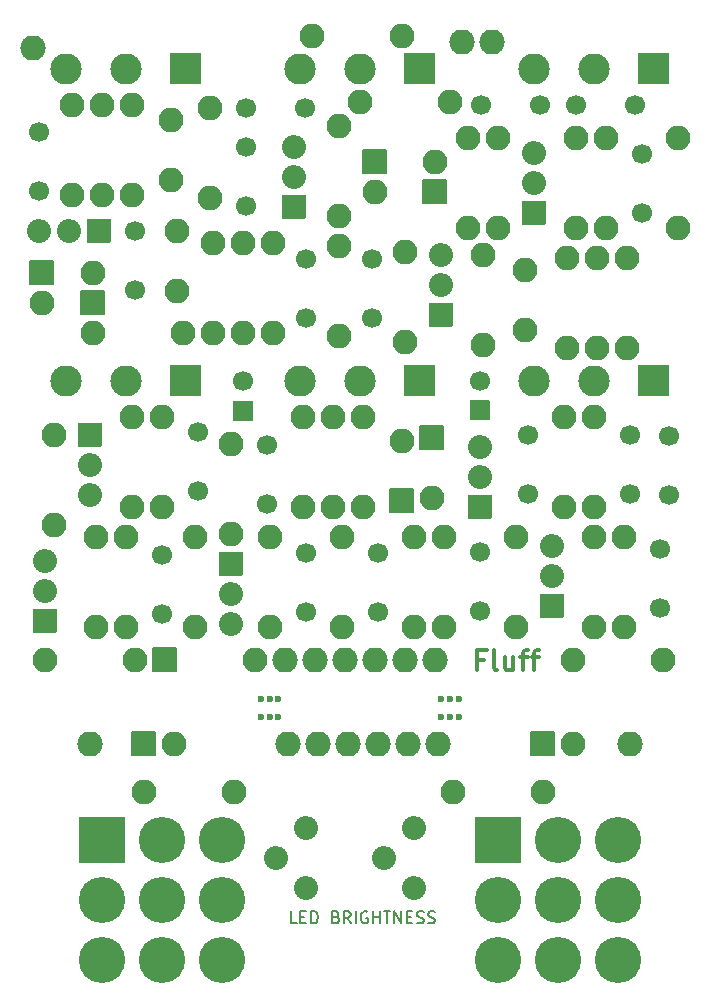
<source format=gbr>
G04 #@! TF.GenerationSoftware,KiCad,Pcbnew,(5.1.8-0-10_14)*
G04 #@! TF.CreationDate,2020-12-11T16:45:24+01:00*
G04 #@! TF.ProjectId,fluff,666c7566-662e-46b6-9963-61645f706362,rev?*
G04 #@! TF.SameCoordinates,Original*
G04 #@! TF.FileFunction,Soldermask,Top*
G04 #@! TF.FilePolarity,Negative*
%FSLAX46Y46*%
G04 Gerber Fmt 4.6, Leading zero omitted, Abs format (unit mm)*
G04 Created by KiCad (PCBNEW (5.1.8-0-10_14)) date 2020-12-11 16:45:24*
%MOMM*%
%LPD*%
G01*
G04 APERTURE LIST*
%ADD10C,0.150000*%
%ADD11C,0.300000*%
%ADD12O,2.640000X2.640000*%
%ADD13C,0.600000*%
%ADD14O,3.916000X3.916000*%
%ADD15O,2.030400X2.030400*%
%ADD16O,2.100000X2.100000*%
%ADD17O,2.132000X2.132000*%
%ADD18C,1.700000*%
G04 APERTURE END LIST*
D10*
X95242761Y-212288380D02*
X94766571Y-212288380D01*
X94766571Y-211288380D01*
X95576095Y-211764571D02*
X95909428Y-211764571D01*
X96052285Y-212288380D02*
X95576095Y-212288380D01*
X95576095Y-211288380D01*
X96052285Y-211288380D01*
X96480857Y-212288380D02*
X96480857Y-211288380D01*
X96718952Y-211288380D01*
X96861809Y-211336000D01*
X96957047Y-211431238D01*
X97004666Y-211526476D01*
X97052285Y-211716952D01*
X97052285Y-211859809D01*
X97004666Y-212050285D01*
X96957047Y-212145523D01*
X96861809Y-212240761D01*
X96718952Y-212288380D01*
X96480857Y-212288380D01*
X98576095Y-211764571D02*
X98718952Y-211812190D01*
X98766571Y-211859809D01*
X98814190Y-211955047D01*
X98814190Y-212097904D01*
X98766571Y-212193142D01*
X98718952Y-212240761D01*
X98623714Y-212288380D01*
X98242761Y-212288380D01*
X98242761Y-211288380D01*
X98576095Y-211288380D01*
X98671333Y-211336000D01*
X98718952Y-211383619D01*
X98766571Y-211478857D01*
X98766571Y-211574095D01*
X98718952Y-211669333D01*
X98671333Y-211716952D01*
X98576095Y-211764571D01*
X98242761Y-211764571D01*
X99814190Y-212288380D02*
X99480857Y-211812190D01*
X99242761Y-212288380D02*
X99242761Y-211288380D01*
X99623714Y-211288380D01*
X99718952Y-211336000D01*
X99766571Y-211383619D01*
X99814190Y-211478857D01*
X99814190Y-211621714D01*
X99766571Y-211716952D01*
X99718952Y-211764571D01*
X99623714Y-211812190D01*
X99242761Y-211812190D01*
X100242761Y-212288380D02*
X100242761Y-211288380D01*
X101242761Y-211336000D02*
X101147523Y-211288380D01*
X101004666Y-211288380D01*
X100861809Y-211336000D01*
X100766571Y-211431238D01*
X100718952Y-211526476D01*
X100671333Y-211716952D01*
X100671333Y-211859809D01*
X100718952Y-212050285D01*
X100766571Y-212145523D01*
X100861809Y-212240761D01*
X101004666Y-212288380D01*
X101099904Y-212288380D01*
X101242761Y-212240761D01*
X101290380Y-212193142D01*
X101290380Y-211859809D01*
X101099904Y-211859809D01*
X101718952Y-212288380D02*
X101718952Y-211288380D01*
X101718952Y-211764571D02*
X102290380Y-211764571D01*
X102290380Y-212288380D02*
X102290380Y-211288380D01*
X102623714Y-211288380D02*
X103195142Y-211288380D01*
X102909428Y-212288380D02*
X102909428Y-211288380D01*
X103528476Y-212288380D02*
X103528476Y-211288380D01*
X104099904Y-212288380D01*
X104099904Y-211288380D01*
X104576095Y-211764571D02*
X104909428Y-211764571D01*
X105052285Y-212288380D02*
X104576095Y-212288380D01*
X104576095Y-211288380D01*
X105052285Y-211288380D01*
X105433238Y-212240761D02*
X105576095Y-212288380D01*
X105814190Y-212288380D01*
X105909428Y-212240761D01*
X105957047Y-212193142D01*
X106004666Y-212097904D01*
X106004666Y-212002666D01*
X105957047Y-211907428D01*
X105909428Y-211859809D01*
X105814190Y-211812190D01*
X105623714Y-211764571D01*
X105528476Y-211716952D01*
X105480857Y-211669333D01*
X105433238Y-211574095D01*
X105433238Y-211478857D01*
X105480857Y-211383619D01*
X105528476Y-211336000D01*
X105623714Y-211288380D01*
X105861809Y-211288380D01*
X106004666Y-211336000D01*
X106385619Y-212240761D02*
X106528476Y-212288380D01*
X106766571Y-212288380D01*
X106861809Y-212240761D01*
X106909428Y-212193142D01*
X106957047Y-212097904D01*
X106957047Y-212002666D01*
X106909428Y-211907428D01*
X106861809Y-211859809D01*
X106766571Y-211812190D01*
X106576095Y-211764571D01*
X106480857Y-211716952D01*
X106433238Y-211669333D01*
X106385619Y-211574095D01*
X106385619Y-211478857D01*
X106433238Y-211383619D01*
X106480857Y-211336000D01*
X106576095Y-211288380D01*
X106814190Y-211288380D01*
X106957047Y-211336000D01*
D11*
X111087142Y-189997571D02*
X110520476Y-189997571D01*
X110520476Y-190888047D02*
X110520476Y-189188047D01*
X111330000Y-189188047D01*
X112220476Y-190888047D02*
X112058571Y-190807095D01*
X111977619Y-190645190D01*
X111977619Y-189188047D01*
X113596666Y-189754714D02*
X113596666Y-190888047D01*
X112868095Y-189754714D02*
X112868095Y-190645190D01*
X112949047Y-190807095D01*
X113110952Y-190888047D01*
X113353809Y-190888047D01*
X113515714Y-190807095D01*
X113596666Y-190726142D01*
X114163333Y-189754714D02*
X114810952Y-189754714D01*
X114406190Y-190888047D02*
X114406190Y-189430904D01*
X114487142Y-189269000D01*
X114649047Y-189188047D01*
X114810952Y-189188047D01*
X115134761Y-189754714D02*
X115782380Y-189754714D01*
X115377619Y-190888047D02*
X115377619Y-189430904D01*
X115458571Y-189269000D01*
X115620476Y-189188047D01*
X115782380Y-189188047D01*
D12*
X95504000Y-166370000D03*
X100584000Y-166370000D03*
G36*
G01*
X106984000Y-165100000D02*
X106984000Y-167640000D01*
G75*
G02*
X106934000Y-167690000I-50000J0D01*
G01*
X104394000Y-167690000D01*
G75*
G02*
X104344000Y-167640000I0J50000D01*
G01*
X104344000Y-165100000D01*
G75*
G02*
X104394000Y-165050000I50000J0D01*
G01*
X106934000Y-165050000D01*
G75*
G02*
X106984000Y-165100000I0J-50000D01*
G01*
G37*
D13*
X93714000Y-194806000D03*
X92214000Y-194806000D03*
X92214000Y-193306000D03*
X93714000Y-193306000D03*
X92964000Y-194806000D03*
X92964000Y-193306000D03*
X108966000Y-194806000D03*
X107466000Y-194806000D03*
X107466000Y-193306000D03*
X108966000Y-193306000D03*
X108216000Y-194806000D03*
X108216000Y-193306000D03*
G36*
G01*
X114226000Y-203324000D02*
X114226000Y-207140000D01*
G75*
G02*
X114176000Y-207190000I-50000J0D01*
G01*
X110360000Y-207190000D01*
G75*
G02*
X110310000Y-207140000I0J50000D01*
G01*
X110310000Y-203324000D01*
G75*
G02*
X110360000Y-203274000I50000J0D01*
G01*
X114176000Y-203274000D01*
G75*
G02*
X114226000Y-203324000I0J-50000D01*
G01*
G37*
D14*
X112268000Y-210312000D03*
X112268000Y-215392000D03*
X117348000Y-205232000D03*
X117348000Y-210312000D03*
X117348000Y-215392000D03*
X122428000Y-205232000D03*
X122428000Y-210312000D03*
X122428000Y-215392000D03*
G36*
G01*
X80698000Y-203324000D02*
X80698000Y-207140000D01*
G75*
G02*
X80648000Y-207190000I-50000J0D01*
G01*
X76832000Y-207190000D01*
G75*
G02*
X76782000Y-207140000I0J50000D01*
G01*
X76782000Y-203324000D01*
G75*
G02*
X76832000Y-203274000I50000J0D01*
G01*
X80648000Y-203274000D01*
G75*
G02*
X80698000Y-203324000I0J-50000D01*
G01*
G37*
X78740000Y-210312000D03*
X78740000Y-215392000D03*
X83820000Y-205232000D03*
X83820000Y-210312000D03*
X83820000Y-215392000D03*
X88900000Y-205232000D03*
X88900000Y-210312000D03*
X88900000Y-215392000D03*
D12*
X115316000Y-166370000D03*
X120396000Y-166370000D03*
G36*
G01*
X126796000Y-165100000D02*
X126796000Y-167640000D01*
G75*
G02*
X126746000Y-167690000I-50000J0D01*
G01*
X124206000Y-167690000D01*
G75*
G02*
X124156000Y-167640000I0J50000D01*
G01*
X124156000Y-165100000D01*
G75*
G02*
X124206000Y-165050000I50000J0D01*
G01*
X126746000Y-165050000D01*
G75*
G02*
X126796000Y-165100000I0J-50000D01*
G01*
G37*
D15*
X105156000Y-204216000D03*
X102616000Y-206756000D03*
X105156000Y-209296000D03*
X96012000Y-204216000D03*
X93472000Y-206756000D03*
X96012000Y-209296000D03*
D12*
X95504000Y-139954000D03*
X100584000Y-139954000D03*
G36*
G01*
X106984000Y-138684000D02*
X106984000Y-141224000D01*
G75*
G02*
X106934000Y-141274000I-50000J0D01*
G01*
X104394000Y-141274000D01*
G75*
G02*
X104344000Y-141224000I0J50000D01*
G01*
X104344000Y-138684000D01*
G75*
G02*
X104394000Y-138634000I50000J0D01*
G01*
X106934000Y-138634000D01*
G75*
G02*
X106984000Y-138684000I0J-50000D01*
G01*
G37*
X75692000Y-166370000D03*
X80772000Y-166370000D03*
G36*
G01*
X87172000Y-165100000D02*
X87172000Y-167640000D01*
G75*
G02*
X87122000Y-167690000I-50000J0D01*
G01*
X84582000Y-167690000D01*
G75*
G02*
X84532000Y-167640000I0J50000D01*
G01*
X84532000Y-165100000D01*
G75*
G02*
X84582000Y-165050000I50000J0D01*
G01*
X87122000Y-165050000D01*
G75*
G02*
X87172000Y-165100000I0J-50000D01*
G01*
G37*
X115316000Y-139954000D03*
X120396000Y-139954000D03*
G36*
G01*
X126796000Y-138684000D02*
X126796000Y-141224000D01*
G75*
G02*
X126746000Y-141274000I-50000J0D01*
G01*
X124206000Y-141274000D01*
G75*
G02*
X124156000Y-141224000I0J50000D01*
G01*
X124156000Y-138684000D01*
G75*
G02*
X124206000Y-138634000I50000J0D01*
G01*
X126746000Y-138634000D01*
G75*
G02*
X126796000Y-138684000I0J-50000D01*
G01*
G37*
X75692000Y-139954000D03*
X80772000Y-139954000D03*
G36*
G01*
X87172000Y-138684000D02*
X87172000Y-141224000D01*
G75*
G02*
X87122000Y-141274000I-50000J0D01*
G01*
X84582000Y-141274000D01*
G75*
G02*
X84532000Y-141224000I0J50000D01*
G01*
X84532000Y-138684000D01*
G75*
G02*
X84582000Y-138634000I50000J0D01*
G01*
X87122000Y-138634000D01*
G75*
G02*
X87172000Y-138684000I0J-50000D01*
G01*
G37*
D16*
X123190000Y-155956000D03*
X123190000Y-163576000D03*
X126238000Y-189992000D03*
X118618000Y-189992000D03*
X113792000Y-179578000D03*
X113792000Y-187198000D03*
X107696000Y-187198000D03*
X107696000Y-179578000D03*
X108458000Y-201168000D03*
X116078000Y-201168000D03*
X122936000Y-179578000D03*
X122936000Y-187198000D03*
X120396000Y-179578000D03*
X120396000Y-187198000D03*
X76200000Y-143002000D03*
X76200000Y-150622000D03*
X89916000Y-201168000D03*
X82296000Y-201168000D03*
X96520000Y-137160000D03*
X104140000Y-137160000D03*
X98806000Y-152400000D03*
X98806000Y-144780000D03*
X78740000Y-143002000D03*
X78740000Y-150622000D03*
X87884000Y-143256000D03*
X87884000Y-150876000D03*
X90678000Y-162306000D03*
X90678000Y-154686000D03*
X118872000Y-145796000D03*
X118872000Y-153416000D03*
X121412000Y-145796000D03*
X121412000Y-153416000D03*
X93218000Y-162306000D03*
X93218000Y-154686000D03*
X98806000Y-162560000D03*
X98806000Y-154940000D03*
X104394000Y-155448000D03*
X104394000Y-163068000D03*
X120650000Y-155956000D03*
X120650000Y-163576000D03*
X81280000Y-150622000D03*
X81280000Y-143002000D03*
X88138000Y-154686000D03*
X88138000Y-162306000D03*
X127508000Y-145796000D03*
X127508000Y-153416000D03*
X120396000Y-169418000D03*
X120396000Y-177038000D03*
X118110000Y-163576000D03*
X118110000Y-155956000D03*
X112268000Y-145796000D03*
X112268000Y-153416000D03*
X109728000Y-153416000D03*
X109728000Y-145796000D03*
X100584000Y-142748000D03*
X108204000Y-142748000D03*
X85598000Y-162306000D03*
X77978000Y-162306000D03*
X110998000Y-155702000D03*
X110998000Y-163322000D03*
X117856000Y-169418000D03*
X117856000Y-177038000D03*
X83820000Y-169418000D03*
X83820000Y-177038000D03*
X81534000Y-189992000D03*
X73914000Y-189992000D03*
X80772000Y-187198000D03*
X80772000Y-179578000D03*
X86614000Y-179578000D03*
X86614000Y-187198000D03*
X92964000Y-179578000D03*
X92964000Y-187198000D03*
X105156000Y-179578000D03*
X105156000Y-187198000D03*
X100838000Y-169418000D03*
X100838000Y-177038000D03*
X95758000Y-169418000D03*
X95758000Y-177038000D03*
X99060000Y-187198000D03*
X99060000Y-179578000D03*
X98298000Y-177038000D03*
X98298000Y-169418000D03*
X89662000Y-171704000D03*
X89662000Y-179324000D03*
X81280000Y-169418000D03*
X81280000Y-177038000D03*
X74676000Y-178562000D03*
X74676000Y-170942000D03*
X78232000Y-179578000D03*
X78232000Y-187198000D03*
D15*
X116840000Y-180340000D03*
X116840000Y-182880000D03*
G36*
G01*
X115874800Y-184404800D02*
X117805200Y-184404800D01*
G75*
G02*
X117855200Y-184454800I0J-50000D01*
G01*
X117855200Y-186385200D01*
G75*
G02*
X117805200Y-186435200I-50000J0D01*
G01*
X115874800Y-186435200D01*
G75*
G02*
X115824800Y-186385200I0J50000D01*
G01*
X115824800Y-184454800D01*
G75*
G02*
X115874800Y-184404800I50000J0D01*
G01*
G37*
X94996000Y-146558000D03*
X94996000Y-149098000D03*
G36*
G01*
X94030800Y-150622800D02*
X95961200Y-150622800D01*
G75*
G02*
X96011200Y-150672800I0J-50000D01*
G01*
X96011200Y-152603200D01*
G75*
G02*
X95961200Y-152653200I-50000J0D01*
G01*
X94030800Y-152653200D01*
G75*
G02*
X93980800Y-152603200I0J50000D01*
G01*
X93980800Y-150672800D01*
G75*
G02*
X94030800Y-150622800I50000J0D01*
G01*
G37*
X73406000Y-153670000D03*
X75946000Y-153670000D03*
G36*
G01*
X77470800Y-154635200D02*
X77470800Y-152704800D01*
G75*
G02*
X77520800Y-152654800I50000J0D01*
G01*
X79451200Y-152654800D01*
G75*
G02*
X79501200Y-152704800I0J-50000D01*
G01*
X79501200Y-154635200D01*
G75*
G02*
X79451200Y-154685200I-50000J0D01*
G01*
X77520800Y-154685200D01*
G75*
G02*
X77470800Y-154635200I0J50000D01*
G01*
G37*
X115316000Y-147066000D03*
X115316000Y-149606000D03*
G36*
G01*
X114350800Y-151130800D02*
X116281200Y-151130800D01*
G75*
G02*
X116331200Y-151180800I0J-50000D01*
G01*
X116331200Y-153111200D01*
G75*
G02*
X116281200Y-153161200I-50000J0D01*
G01*
X114350800Y-153161200D01*
G75*
G02*
X114300800Y-153111200I0J50000D01*
G01*
X114300800Y-151180800D01*
G75*
G02*
X114350800Y-151130800I50000J0D01*
G01*
G37*
X107442000Y-155702000D03*
X107442000Y-158242000D03*
G36*
G01*
X106476800Y-159766800D02*
X108407200Y-159766800D01*
G75*
G02*
X108457200Y-159816800I0J-50000D01*
G01*
X108457200Y-161747200D01*
G75*
G02*
X108407200Y-161797200I-50000J0D01*
G01*
X106476800Y-161797200D01*
G75*
G02*
X106426800Y-161747200I0J50000D01*
G01*
X106426800Y-159816800D01*
G75*
G02*
X106476800Y-159766800I50000J0D01*
G01*
G37*
X73914000Y-181610000D03*
X73914000Y-184150000D03*
G36*
G01*
X72948800Y-185674800D02*
X74879200Y-185674800D01*
G75*
G02*
X74929200Y-185724800I0J-50000D01*
G01*
X74929200Y-187655200D01*
G75*
G02*
X74879200Y-187705200I-50000J0D01*
G01*
X72948800Y-187705200D01*
G75*
G02*
X72898800Y-187655200I0J50000D01*
G01*
X72898800Y-185724800D01*
G75*
G02*
X72948800Y-185674800I50000J0D01*
G01*
G37*
G36*
G01*
X88696800Y-180848800D02*
X90627200Y-180848800D01*
G75*
G02*
X90677200Y-180898800I0J-50000D01*
G01*
X90677200Y-182829200D01*
G75*
G02*
X90627200Y-182879200I-50000J0D01*
G01*
X88696800Y-182879200D01*
G75*
G02*
X88646800Y-182829200I0J50000D01*
G01*
X88646800Y-180898800D01*
G75*
G02*
X88696800Y-180848800I50000J0D01*
G01*
G37*
X89662000Y-184404000D03*
X89662000Y-186944000D03*
X110744000Y-171958000D03*
X110744000Y-174498000D03*
G36*
G01*
X109778800Y-176022800D02*
X111709200Y-176022800D01*
G75*
G02*
X111759200Y-176072800I0J-50000D01*
G01*
X111759200Y-178003200D01*
G75*
G02*
X111709200Y-178053200I-50000J0D01*
G01*
X109778800Y-178053200D01*
G75*
G02*
X109728800Y-178003200I0J50000D01*
G01*
X109728800Y-176072800D01*
G75*
G02*
X109778800Y-176022800I50000J0D01*
G01*
G37*
X77724000Y-176022000D03*
X77724000Y-173482000D03*
G36*
G01*
X78689200Y-171957200D02*
X76758800Y-171957200D01*
G75*
G02*
X76708800Y-171907200I0J50000D01*
G01*
X76708800Y-169976800D01*
G75*
G02*
X76758800Y-169926800I50000J0D01*
G01*
X78689200Y-169926800D01*
G75*
G02*
X78739200Y-169976800I0J-50000D01*
G01*
X78739200Y-171907200D01*
G75*
G02*
X78689200Y-171957200I-50000J0D01*
G01*
G37*
D17*
X123444000Y-197104000D03*
X99568000Y-197104000D03*
X104394000Y-189992000D03*
X106934000Y-189992000D03*
X94488000Y-197104000D03*
X104648000Y-197104000D03*
X102108000Y-197104000D03*
X97028000Y-197104000D03*
X109220000Y-137668000D03*
X111760000Y-137668000D03*
X77724000Y-197104000D03*
X107188000Y-197104000D03*
X94234000Y-189992000D03*
X72898000Y-138176000D03*
X99314000Y-189992000D03*
X101854000Y-189992000D03*
X96774000Y-189992000D03*
D16*
X118618000Y-197104000D03*
G36*
G01*
X115028000Y-198104000D02*
X115028000Y-196104000D01*
G75*
G02*
X115078000Y-196054000I50000J0D01*
G01*
X117078000Y-196054000D01*
G75*
G02*
X117128000Y-196104000I0J-50000D01*
G01*
X117128000Y-198104000D01*
G75*
G02*
X117078000Y-198154000I-50000J0D01*
G01*
X115078000Y-198154000D01*
G75*
G02*
X115028000Y-198104000I0J50000D01*
G01*
G37*
G36*
G01*
X100804000Y-148828000D02*
X100804000Y-146828000D01*
G75*
G02*
X100854000Y-146778000I50000J0D01*
G01*
X102854000Y-146778000D01*
G75*
G02*
X102904000Y-146828000I0J-50000D01*
G01*
X102904000Y-148828000D01*
G75*
G02*
X102854000Y-148878000I-50000J0D01*
G01*
X100854000Y-148878000D01*
G75*
G02*
X100804000Y-148828000I0J50000D01*
G01*
G37*
X106934000Y-147828000D03*
X84836000Y-197104000D03*
G36*
G01*
X81246000Y-198104000D02*
X81246000Y-196104000D01*
G75*
G02*
X81296000Y-196054000I50000J0D01*
G01*
X83296000Y-196054000D01*
G75*
G02*
X83346000Y-196104000I0J-50000D01*
G01*
X83346000Y-198104000D01*
G75*
G02*
X83296000Y-198154000I-50000J0D01*
G01*
X81296000Y-198154000D01*
G75*
G02*
X81246000Y-198104000I0J50000D01*
G01*
G37*
G36*
G01*
X83024000Y-190992000D02*
X83024000Y-188992000D01*
G75*
G02*
X83074000Y-188942000I50000J0D01*
G01*
X85074000Y-188942000D01*
G75*
G02*
X85124000Y-188992000I0J-50000D01*
G01*
X85124000Y-190992000D01*
G75*
G02*
X85074000Y-191042000I-50000J0D01*
G01*
X83074000Y-191042000D01*
G75*
G02*
X83024000Y-190992000I0J50000D01*
G01*
G37*
X91694000Y-189992000D03*
X73660000Y-159766000D03*
G36*
G01*
X72660000Y-156176000D02*
X74660000Y-156176000D01*
G75*
G02*
X74710000Y-156226000I0J-50000D01*
G01*
X74710000Y-158226000D01*
G75*
G02*
X74660000Y-158276000I-50000J0D01*
G01*
X72660000Y-158276000D01*
G75*
G02*
X72610000Y-158226000I0J50000D01*
G01*
X72610000Y-156226000D01*
G75*
G02*
X72660000Y-156176000I50000J0D01*
G01*
G37*
G36*
G01*
X107984000Y-149368000D02*
X107984000Y-151368000D01*
G75*
G02*
X107934000Y-151418000I-50000J0D01*
G01*
X105934000Y-151418000D01*
G75*
G02*
X105884000Y-151368000I0J50000D01*
G01*
X105884000Y-149368000D01*
G75*
G02*
X105934000Y-149318000I50000J0D01*
G01*
X107934000Y-149318000D01*
G75*
G02*
X107984000Y-149368000I0J-50000D01*
G01*
G37*
X101854000Y-150368000D03*
X77978000Y-157226000D03*
G36*
G01*
X78978000Y-160816000D02*
X76978000Y-160816000D01*
G75*
G02*
X76928000Y-160766000I0J50000D01*
G01*
X76928000Y-158766000D01*
G75*
G02*
X76978000Y-158716000I50000J0D01*
G01*
X78978000Y-158716000D01*
G75*
G02*
X79028000Y-158766000I0J-50000D01*
G01*
X79028000Y-160766000D01*
G75*
G02*
X78978000Y-160816000I-50000J0D01*
G01*
G37*
G36*
G01*
X105140000Y-177580000D02*
X103140000Y-177580000D01*
G75*
G02*
X103090000Y-177530000I0J50000D01*
G01*
X103090000Y-175530000D01*
G75*
G02*
X103140000Y-175480000I50000J0D01*
G01*
X105140000Y-175480000D01*
G75*
G02*
X105190000Y-175530000I0J-50000D01*
G01*
X105190000Y-177530000D01*
G75*
G02*
X105140000Y-177580000I-50000J0D01*
G01*
G37*
X104140000Y-171450000D03*
G36*
G01*
X105680000Y-170146000D02*
X107680000Y-170146000D01*
G75*
G02*
X107730000Y-170196000I0J-50000D01*
G01*
X107730000Y-172196000D01*
G75*
G02*
X107680000Y-172246000I-50000J0D01*
G01*
X105680000Y-172246000D01*
G75*
G02*
X105630000Y-172196000I0J50000D01*
G01*
X105630000Y-170196000D01*
G75*
G02*
X105680000Y-170146000I50000J0D01*
G01*
G37*
X106680000Y-176276000D03*
D18*
X110744000Y-180848000D03*
X110744000Y-185848000D03*
X125984000Y-180594000D03*
X125984000Y-185594000D03*
X73406000Y-150288000D03*
X73406000Y-145288000D03*
D16*
X85090000Y-153670000D03*
X85090000Y-158750000D03*
D18*
X114808000Y-175942000D03*
X114808000Y-170942000D03*
X126746000Y-171022000D03*
X126746000Y-176022000D03*
X115824000Y-143002000D03*
X110824000Y-143002000D03*
X95932000Y-143256000D03*
X90932000Y-143256000D03*
X96012000Y-156036000D03*
X96012000Y-161036000D03*
X123872000Y-143002000D03*
X118872000Y-143002000D03*
X123444000Y-175942000D03*
X123444000Y-170942000D03*
D16*
X84582000Y-149352000D03*
X84582000Y-144272000D03*
D18*
X124460000Y-147146000D03*
X124460000Y-152146000D03*
X81534000Y-153670000D03*
X81534000Y-158670000D03*
X90932000Y-151558000D03*
X90932000Y-146558000D03*
X101600000Y-156036000D03*
X101600000Y-161036000D03*
D16*
X114554000Y-162052000D03*
X114554000Y-156972000D03*
D18*
X90678000Y-166410000D03*
G36*
G01*
X91478000Y-169760000D02*
X89878000Y-169760000D01*
G75*
G02*
X89828000Y-169710000I0J50000D01*
G01*
X89828000Y-168110000D01*
G75*
G02*
X89878000Y-168060000I50000J0D01*
G01*
X91478000Y-168060000D01*
G75*
G02*
X91528000Y-168110000I0J-50000D01*
G01*
X91528000Y-169710000D01*
G75*
G02*
X91478000Y-169760000I-50000J0D01*
G01*
G37*
X110744000Y-166370000D03*
G36*
G01*
X111544000Y-169720000D02*
X109944000Y-169720000D01*
G75*
G02*
X109894000Y-169670000I0J50000D01*
G01*
X109894000Y-168070000D01*
G75*
G02*
X109944000Y-168020000I50000J0D01*
G01*
X111544000Y-168020000D01*
G75*
G02*
X111594000Y-168070000I0J-50000D01*
G01*
X111594000Y-169670000D01*
G75*
G02*
X111544000Y-169720000I-50000J0D01*
G01*
G37*
X86868000Y-175688000D03*
X86868000Y-170688000D03*
X83820000Y-186102000D03*
X83820000Y-181102000D03*
X102108000Y-180928000D03*
X102108000Y-185928000D03*
X96012000Y-180928000D03*
X96012000Y-185928000D03*
X92710000Y-171784000D03*
X92710000Y-176784000D03*
M02*

</source>
